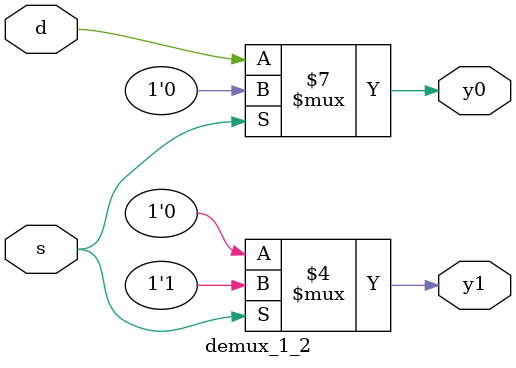
<source format=v>
module demux_1_2 (
input d,
input s,
output reg y0,y1
);
always @(*) begin
if (s == 0) begin
y0 = d;
y1 = 0;
end
else begin
y0 = 0;
y1 = 1;
end
end
endmodule

</source>
